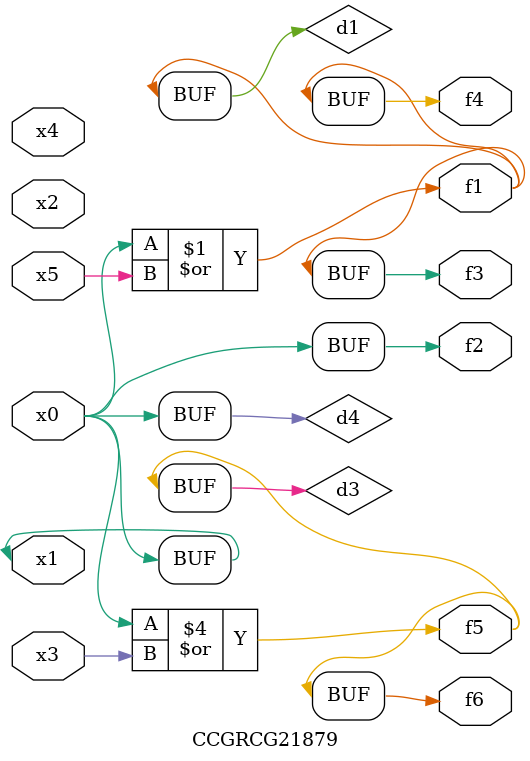
<source format=v>
module CCGRCG21879(
	input x0, x1, x2, x3, x4, x5,
	output f1, f2, f3, f4, f5, f6
);

	wire d1, d2, d3, d4;

	or (d1, x0, x5);
	xnor (d2, x1, x4);
	or (d3, x0, x3);
	buf (d4, x0, x1);
	assign f1 = d1;
	assign f2 = d4;
	assign f3 = d1;
	assign f4 = d1;
	assign f5 = d3;
	assign f6 = d3;
endmodule

</source>
